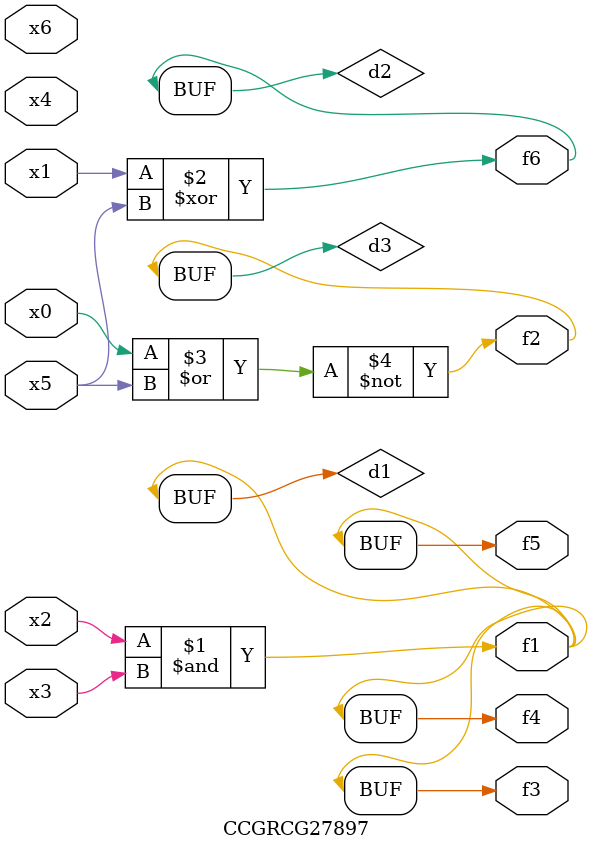
<source format=v>
module CCGRCG27897(
	input x0, x1, x2, x3, x4, x5, x6,
	output f1, f2, f3, f4, f5, f6
);

	wire d1, d2, d3;

	and (d1, x2, x3);
	xor (d2, x1, x5);
	nor (d3, x0, x5);
	assign f1 = d1;
	assign f2 = d3;
	assign f3 = d1;
	assign f4 = d1;
	assign f5 = d1;
	assign f6 = d2;
endmodule

</source>
